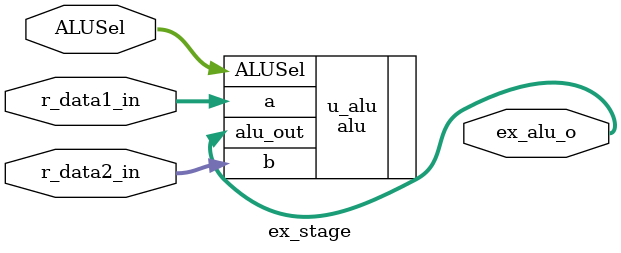
<source format=v>
module ex_stage(
    input [31:0] r_data1_in,
    input [31:0] r_data2_in,
    input [4:0] ALUSel,

    output [31:0] ex_alu_o
);


    alu u_alu(
        .a(r_data1_in),
        .b(r_data2_in),
        .ALUSel(ALUSel),
        .alu_out(ex_alu_o)
    );


endmodule
</source>
